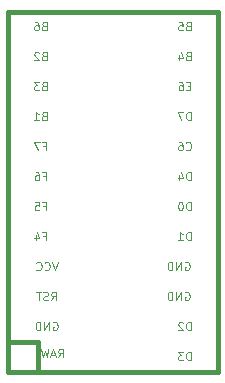
<source format=gbr>
G04 #@! TF.FileFunction,Legend,Bot*
%FSLAX46Y46*%
G04 Gerber Fmt 4.6, Leading zero omitted, Abs format (unit mm)*
G04 Created by KiCad (PCBNEW 4.0.7) date 09/17/18 10:08:34*
%MOMM*%
%LPD*%
G01*
G04 APERTURE LIST*
%ADD10C,0.100000*%
%ADD11C,0.381000*%
G04 APERTURE END LIST*
D10*
D11*
X157391100Y-118719600D02*
X139611100Y-118719600D01*
X139611100Y-118719600D02*
X139611100Y-88239600D01*
X139611100Y-88239600D02*
X157391100Y-88239600D01*
X157391100Y-88239600D02*
X157391100Y-118719600D01*
X142151100Y-118719600D02*
X142151100Y-116179600D01*
X142151100Y-116179600D02*
X139611100Y-116179600D01*
D10*
X154880433Y-89459600D02*
X154780433Y-89492933D01*
X154747100Y-89526267D01*
X154713766Y-89592933D01*
X154713766Y-89692933D01*
X154747100Y-89759600D01*
X154780433Y-89792933D01*
X154847100Y-89826267D01*
X155113766Y-89826267D01*
X155113766Y-89126267D01*
X154880433Y-89126267D01*
X154813766Y-89159600D01*
X154780433Y-89192933D01*
X154747100Y-89259600D01*
X154747100Y-89326267D01*
X154780433Y-89392933D01*
X154813766Y-89426267D01*
X154880433Y-89459600D01*
X155113766Y-89459600D01*
X154080433Y-89126267D02*
X154413766Y-89126267D01*
X154447100Y-89459600D01*
X154413766Y-89426267D01*
X154347100Y-89392933D01*
X154180433Y-89392933D01*
X154113766Y-89426267D01*
X154080433Y-89459600D01*
X154047100Y-89526267D01*
X154047100Y-89692933D01*
X154080433Y-89759600D01*
X154113766Y-89792933D01*
X154180433Y-89826267D01*
X154347100Y-89826267D01*
X154413766Y-89792933D01*
X154447100Y-89759600D01*
X154880433Y-91999600D02*
X154780433Y-92032933D01*
X154747100Y-92066267D01*
X154713766Y-92132933D01*
X154713766Y-92232933D01*
X154747100Y-92299600D01*
X154780433Y-92332933D01*
X154847100Y-92366267D01*
X155113766Y-92366267D01*
X155113766Y-91666267D01*
X154880433Y-91666267D01*
X154813766Y-91699600D01*
X154780433Y-91732933D01*
X154747100Y-91799600D01*
X154747100Y-91866267D01*
X154780433Y-91932933D01*
X154813766Y-91966267D01*
X154880433Y-91999600D01*
X155113766Y-91999600D01*
X154113766Y-91899600D02*
X154113766Y-92366267D01*
X154280433Y-91632933D02*
X154447100Y-92132933D01*
X154013766Y-92132933D01*
X155080433Y-94539600D02*
X154847100Y-94539600D01*
X154747100Y-94906267D02*
X155080433Y-94906267D01*
X155080433Y-94206267D01*
X154747100Y-94206267D01*
X154147100Y-94206267D02*
X154280434Y-94206267D01*
X154347100Y-94239600D01*
X154380434Y-94272933D01*
X154447100Y-94372933D01*
X154480434Y-94506267D01*
X154480434Y-94772933D01*
X154447100Y-94839600D01*
X154413767Y-94872933D01*
X154347100Y-94906267D01*
X154213767Y-94906267D01*
X154147100Y-94872933D01*
X154113767Y-94839600D01*
X154080434Y-94772933D01*
X154080434Y-94606267D01*
X154113767Y-94539600D01*
X154147100Y-94506267D01*
X154213767Y-94472933D01*
X154347100Y-94472933D01*
X154413767Y-94506267D01*
X154447100Y-94539600D01*
X154480434Y-94606267D01*
X155113766Y-97446267D02*
X155113766Y-96746267D01*
X154947100Y-96746267D01*
X154847100Y-96779600D01*
X154780433Y-96846267D01*
X154747100Y-96912933D01*
X154713766Y-97046267D01*
X154713766Y-97146267D01*
X154747100Y-97279600D01*
X154780433Y-97346267D01*
X154847100Y-97412933D01*
X154947100Y-97446267D01*
X155113766Y-97446267D01*
X154480433Y-96746267D02*
X154013766Y-96746267D01*
X154313766Y-97446267D01*
X154713766Y-99919600D02*
X154747100Y-99952933D01*
X154847100Y-99986267D01*
X154913766Y-99986267D01*
X155013766Y-99952933D01*
X155080433Y-99886267D01*
X155113766Y-99819600D01*
X155147100Y-99686267D01*
X155147100Y-99586267D01*
X155113766Y-99452933D01*
X155080433Y-99386267D01*
X155013766Y-99319600D01*
X154913766Y-99286267D01*
X154847100Y-99286267D01*
X154747100Y-99319600D01*
X154713766Y-99352933D01*
X154113766Y-99286267D02*
X154247100Y-99286267D01*
X154313766Y-99319600D01*
X154347100Y-99352933D01*
X154413766Y-99452933D01*
X154447100Y-99586267D01*
X154447100Y-99852933D01*
X154413766Y-99919600D01*
X154380433Y-99952933D01*
X154313766Y-99986267D01*
X154180433Y-99986267D01*
X154113766Y-99952933D01*
X154080433Y-99919600D01*
X154047100Y-99852933D01*
X154047100Y-99686267D01*
X154080433Y-99619600D01*
X154113766Y-99586267D01*
X154180433Y-99552933D01*
X154313766Y-99552933D01*
X154380433Y-99586267D01*
X154413766Y-99619600D01*
X154447100Y-99686267D01*
X155113766Y-102526267D02*
X155113766Y-101826267D01*
X154947100Y-101826267D01*
X154847100Y-101859600D01*
X154780433Y-101926267D01*
X154747100Y-101992933D01*
X154713766Y-102126267D01*
X154713766Y-102226267D01*
X154747100Y-102359600D01*
X154780433Y-102426267D01*
X154847100Y-102492933D01*
X154947100Y-102526267D01*
X155113766Y-102526267D01*
X154113766Y-102059600D02*
X154113766Y-102526267D01*
X154280433Y-101792933D02*
X154447100Y-102292933D01*
X154013766Y-102292933D01*
X155113766Y-105066267D02*
X155113766Y-104366267D01*
X154947100Y-104366267D01*
X154847100Y-104399600D01*
X154780433Y-104466267D01*
X154747100Y-104532933D01*
X154713766Y-104666267D01*
X154713766Y-104766267D01*
X154747100Y-104899600D01*
X154780433Y-104966267D01*
X154847100Y-105032933D01*
X154947100Y-105066267D01*
X155113766Y-105066267D01*
X154280433Y-104366267D02*
X154213766Y-104366267D01*
X154147100Y-104399600D01*
X154113766Y-104432933D01*
X154080433Y-104499600D01*
X154047100Y-104632933D01*
X154047100Y-104799600D01*
X154080433Y-104932933D01*
X154113766Y-104999600D01*
X154147100Y-105032933D01*
X154213766Y-105066267D01*
X154280433Y-105066267D01*
X154347100Y-105032933D01*
X154380433Y-104999600D01*
X154413766Y-104932933D01*
X154447100Y-104799600D01*
X154447100Y-104632933D01*
X154413766Y-104499600D01*
X154380433Y-104432933D01*
X154347100Y-104399600D01*
X154280433Y-104366267D01*
X155113766Y-107606267D02*
X155113766Y-106906267D01*
X154947100Y-106906267D01*
X154847100Y-106939600D01*
X154780433Y-107006267D01*
X154747100Y-107072933D01*
X154713766Y-107206267D01*
X154713766Y-107306267D01*
X154747100Y-107439600D01*
X154780433Y-107506267D01*
X154847100Y-107572933D01*
X154947100Y-107606267D01*
X155113766Y-107606267D01*
X154047100Y-107606267D02*
X154447100Y-107606267D01*
X154247100Y-107606267D02*
X154247100Y-106906267D01*
X154313766Y-107006267D01*
X154380433Y-107072933D01*
X154447100Y-107106267D01*
X154622433Y-109479600D02*
X154689099Y-109446267D01*
X154789099Y-109446267D01*
X154889099Y-109479600D01*
X154955766Y-109546267D01*
X154989099Y-109612933D01*
X155022433Y-109746267D01*
X155022433Y-109846267D01*
X154989099Y-109979600D01*
X154955766Y-110046267D01*
X154889099Y-110112933D01*
X154789099Y-110146267D01*
X154722433Y-110146267D01*
X154622433Y-110112933D01*
X154589099Y-110079600D01*
X154589099Y-109846267D01*
X154722433Y-109846267D01*
X154289099Y-110146267D02*
X154289099Y-109446267D01*
X153889099Y-110146267D01*
X153889099Y-109446267D01*
X153555766Y-110146267D02*
X153555766Y-109446267D01*
X153389100Y-109446267D01*
X153289100Y-109479600D01*
X153222433Y-109546267D01*
X153189100Y-109612933D01*
X153155766Y-109746267D01*
X153155766Y-109846267D01*
X153189100Y-109979600D01*
X153222433Y-110046267D01*
X153289100Y-110112933D01*
X153389100Y-110146267D01*
X153555766Y-110146267D01*
X154622433Y-112019600D02*
X154689099Y-111986267D01*
X154789099Y-111986267D01*
X154889099Y-112019600D01*
X154955766Y-112086267D01*
X154989099Y-112152933D01*
X155022433Y-112286267D01*
X155022433Y-112386267D01*
X154989099Y-112519600D01*
X154955766Y-112586267D01*
X154889099Y-112652933D01*
X154789099Y-112686267D01*
X154722433Y-112686267D01*
X154622433Y-112652933D01*
X154589099Y-112619600D01*
X154589099Y-112386267D01*
X154722433Y-112386267D01*
X154289099Y-112686267D02*
X154289099Y-111986267D01*
X153889099Y-112686267D01*
X153889099Y-111986267D01*
X153555766Y-112686267D02*
X153555766Y-111986267D01*
X153389100Y-111986267D01*
X153289100Y-112019600D01*
X153222433Y-112086267D01*
X153189100Y-112152933D01*
X153155766Y-112286267D01*
X153155766Y-112386267D01*
X153189100Y-112519600D01*
X153222433Y-112586267D01*
X153289100Y-112652933D01*
X153389100Y-112686267D01*
X153555766Y-112686267D01*
X155113766Y-115226267D02*
X155113766Y-114526267D01*
X154947100Y-114526267D01*
X154847100Y-114559600D01*
X154780433Y-114626267D01*
X154747100Y-114692933D01*
X154713766Y-114826267D01*
X154713766Y-114926267D01*
X154747100Y-115059600D01*
X154780433Y-115126267D01*
X154847100Y-115192933D01*
X154947100Y-115226267D01*
X155113766Y-115226267D01*
X154447100Y-114592933D02*
X154413766Y-114559600D01*
X154347100Y-114526267D01*
X154180433Y-114526267D01*
X154113766Y-114559600D01*
X154080433Y-114592933D01*
X154047100Y-114659600D01*
X154047100Y-114726267D01*
X154080433Y-114826267D01*
X154480433Y-115226267D01*
X154047100Y-115226267D01*
X155113766Y-117766267D02*
X155113766Y-117066267D01*
X154947100Y-117066267D01*
X154847100Y-117099600D01*
X154780433Y-117166267D01*
X154747100Y-117232933D01*
X154713766Y-117366267D01*
X154713766Y-117466267D01*
X154747100Y-117599600D01*
X154780433Y-117666267D01*
X154847100Y-117732933D01*
X154947100Y-117766267D01*
X155113766Y-117766267D01*
X154480433Y-117066267D02*
X154047100Y-117066267D01*
X154280433Y-117332933D01*
X154180433Y-117332933D01*
X154113766Y-117366267D01*
X154080433Y-117399600D01*
X154047100Y-117466267D01*
X154047100Y-117632933D01*
X154080433Y-117699600D01*
X154113766Y-117732933D01*
X154180433Y-117766267D01*
X154380433Y-117766267D01*
X154447100Y-117732933D01*
X154480433Y-117699600D01*
X142688433Y-89459600D02*
X142588433Y-89492933D01*
X142555100Y-89526267D01*
X142521766Y-89592933D01*
X142521766Y-89692933D01*
X142555100Y-89759600D01*
X142588433Y-89792933D01*
X142655100Y-89826267D01*
X142921766Y-89826267D01*
X142921766Y-89126267D01*
X142688433Y-89126267D01*
X142621766Y-89159600D01*
X142588433Y-89192933D01*
X142555100Y-89259600D01*
X142555100Y-89326267D01*
X142588433Y-89392933D01*
X142621766Y-89426267D01*
X142688433Y-89459600D01*
X142921766Y-89459600D01*
X141921766Y-89126267D02*
X142055100Y-89126267D01*
X142121766Y-89159600D01*
X142155100Y-89192933D01*
X142221766Y-89292933D01*
X142255100Y-89426267D01*
X142255100Y-89692933D01*
X142221766Y-89759600D01*
X142188433Y-89792933D01*
X142121766Y-89826267D01*
X141988433Y-89826267D01*
X141921766Y-89792933D01*
X141888433Y-89759600D01*
X141855100Y-89692933D01*
X141855100Y-89526267D01*
X141888433Y-89459600D01*
X141921766Y-89426267D01*
X141988433Y-89392933D01*
X142121766Y-89392933D01*
X142188433Y-89426267D01*
X142221766Y-89459600D01*
X142255100Y-89526267D01*
X142688433Y-91999600D02*
X142588433Y-92032933D01*
X142555100Y-92066267D01*
X142521766Y-92132933D01*
X142521766Y-92232933D01*
X142555100Y-92299600D01*
X142588433Y-92332933D01*
X142655100Y-92366267D01*
X142921766Y-92366267D01*
X142921766Y-91666267D01*
X142688433Y-91666267D01*
X142621766Y-91699600D01*
X142588433Y-91732933D01*
X142555100Y-91799600D01*
X142555100Y-91866267D01*
X142588433Y-91932933D01*
X142621766Y-91966267D01*
X142688433Y-91999600D01*
X142921766Y-91999600D01*
X142255100Y-91732933D02*
X142221766Y-91699600D01*
X142155100Y-91666267D01*
X141988433Y-91666267D01*
X141921766Y-91699600D01*
X141888433Y-91732933D01*
X141855100Y-91799600D01*
X141855100Y-91866267D01*
X141888433Y-91966267D01*
X142288433Y-92366267D01*
X141855100Y-92366267D01*
X142688433Y-94539600D02*
X142588433Y-94572933D01*
X142555100Y-94606267D01*
X142521766Y-94672933D01*
X142521766Y-94772933D01*
X142555100Y-94839600D01*
X142588433Y-94872933D01*
X142655100Y-94906267D01*
X142921766Y-94906267D01*
X142921766Y-94206267D01*
X142688433Y-94206267D01*
X142621766Y-94239600D01*
X142588433Y-94272933D01*
X142555100Y-94339600D01*
X142555100Y-94406267D01*
X142588433Y-94472933D01*
X142621766Y-94506267D01*
X142688433Y-94539600D01*
X142921766Y-94539600D01*
X142288433Y-94206267D02*
X141855100Y-94206267D01*
X142088433Y-94472933D01*
X141988433Y-94472933D01*
X141921766Y-94506267D01*
X141888433Y-94539600D01*
X141855100Y-94606267D01*
X141855100Y-94772933D01*
X141888433Y-94839600D01*
X141921766Y-94872933D01*
X141988433Y-94906267D01*
X142188433Y-94906267D01*
X142255100Y-94872933D01*
X142288433Y-94839600D01*
X142688433Y-97079600D02*
X142588433Y-97112933D01*
X142555100Y-97146267D01*
X142521766Y-97212933D01*
X142521766Y-97312933D01*
X142555100Y-97379600D01*
X142588433Y-97412933D01*
X142655100Y-97446267D01*
X142921766Y-97446267D01*
X142921766Y-96746267D01*
X142688433Y-96746267D01*
X142621766Y-96779600D01*
X142588433Y-96812933D01*
X142555100Y-96879600D01*
X142555100Y-96946267D01*
X142588433Y-97012933D01*
X142621766Y-97046267D01*
X142688433Y-97079600D01*
X142921766Y-97079600D01*
X141855100Y-97446267D02*
X142255100Y-97446267D01*
X142055100Y-97446267D02*
X142055100Y-96746267D01*
X142121766Y-96846267D01*
X142188433Y-96912933D01*
X142255100Y-96946267D01*
X142638433Y-102159600D02*
X142871766Y-102159600D01*
X142871766Y-102526267D02*
X142871766Y-101826267D01*
X142538433Y-101826267D01*
X141971766Y-101826267D02*
X142105100Y-101826267D01*
X142171766Y-101859600D01*
X142205100Y-101892933D01*
X142271766Y-101992933D01*
X142305100Y-102126267D01*
X142305100Y-102392933D01*
X142271766Y-102459600D01*
X142238433Y-102492933D01*
X142171766Y-102526267D01*
X142038433Y-102526267D01*
X141971766Y-102492933D01*
X141938433Y-102459600D01*
X141905100Y-102392933D01*
X141905100Y-102226267D01*
X141938433Y-102159600D01*
X141971766Y-102126267D01*
X142038433Y-102092933D01*
X142171766Y-102092933D01*
X142238433Y-102126267D01*
X142271766Y-102159600D01*
X142305100Y-102226267D01*
X142638433Y-99619600D02*
X142871766Y-99619600D01*
X142871766Y-99986267D02*
X142871766Y-99286267D01*
X142538433Y-99286267D01*
X142338433Y-99286267D02*
X141871766Y-99286267D01*
X142171766Y-99986267D01*
X142638433Y-104699600D02*
X142871766Y-104699600D01*
X142871766Y-105066267D02*
X142871766Y-104366267D01*
X142538433Y-104366267D01*
X141938433Y-104366267D02*
X142271766Y-104366267D01*
X142305100Y-104699600D01*
X142271766Y-104666267D01*
X142205100Y-104632933D01*
X142038433Y-104632933D01*
X141971766Y-104666267D01*
X141938433Y-104699600D01*
X141905100Y-104766267D01*
X141905100Y-104932933D01*
X141938433Y-104999600D01*
X141971766Y-105032933D01*
X142038433Y-105066267D01*
X142205100Y-105066267D01*
X142271766Y-105032933D01*
X142305100Y-104999600D01*
X142638433Y-107239600D02*
X142871766Y-107239600D01*
X142871766Y-107606267D02*
X142871766Y-106906267D01*
X142538433Y-106906267D01*
X141971766Y-107139600D02*
X141971766Y-107606267D01*
X142138433Y-106872933D02*
X142305100Y-107372933D01*
X141871766Y-107372933D01*
X143846433Y-109446267D02*
X143613100Y-110146267D01*
X143379767Y-109446267D01*
X142746433Y-110079600D02*
X142779767Y-110112933D01*
X142879767Y-110146267D01*
X142946433Y-110146267D01*
X143046433Y-110112933D01*
X143113100Y-110046267D01*
X143146433Y-109979600D01*
X143179767Y-109846267D01*
X143179767Y-109746267D01*
X143146433Y-109612933D01*
X143113100Y-109546267D01*
X143046433Y-109479600D01*
X142946433Y-109446267D01*
X142879767Y-109446267D01*
X142779767Y-109479600D01*
X142746433Y-109512933D01*
X142046433Y-110079600D02*
X142079767Y-110112933D01*
X142179767Y-110146267D01*
X142246433Y-110146267D01*
X142346433Y-110112933D01*
X142413100Y-110046267D01*
X142446433Y-109979600D01*
X142479767Y-109846267D01*
X142479767Y-109746267D01*
X142446433Y-109612933D01*
X142413100Y-109546267D01*
X142346433Y-109479600D01*
X142246433Y-109446267D01*
X142179767Y-109446267D01*
X142079767Y-109479600D01*
X142046433Y-109512933D01*
X143296433Y-112686267D02*
X143529767Y-112352933D01*
X143696433Y-112686267D02*
X143696433Y-111986267D01*
X143429767Y-111986267D01*
X143363100Y-112019600D01*
X143329767Y-112052933D01*
X143296433Y-112119600D01*
X143296433Y-112219600D01*
X143329767Y-112286267D01*
X143363100Y-112319600D01*
X143429767Y-112352933D01*
X143696433Y-112352933D01*
X143029767Y-112652933D02*
X142929767Y-112686267D01*
X142763100Y-112686267D01*
X142696433Y-112652933D01*
X142663100Y-112619600D01*
X142629767Y-112552933D01*
X142629767Y-112486267D01*
X142663100Y-112419600D01*
X142696433Y-112386267D01*
X142763100Y-112352933D01*
X142896433Y-112319600D01*
X142963100Y-112286267D01*
X142996433Y-112252933D01*
X143029767Y-112186267D01*
X143029767Y-112119600D01*
X142996433Y-112052933D01*
X142963100Y-112019600D01*
X142896433Y-111986267D01*
X142729767Y-111986267D01*
X142629767Y-112019600D01*
X142429766Y-111986267D02*
X142029766Y-111986267D01*
X142229766Y-112686267D02*
X142229766Y-111986267D01*
X143446433Y-114559600D02*
X143513099Y-114526267D01*
X143613099Y-114526267D01*
X143713099Y-114559600D01*
X143779766Y-114626267D01*
X143813099Y-114692933D01*
X143846433Y-114826267D01*
X143846433Y-114926267D01*
X143813099Y-115059600D01*
X143779766Y-115126267D01*
X143713099Y-115192933D01*
X143613099Y-115226267D01*
X143546433Y-115226267D01*
X143446433Y-115192933D01*
X143413099Y-115159600D01*
X143413099Y-114926267D01*
X143546433Y-114926267D01*
X143113099Y-115226267D02*
X143113099Y-114526267D01*
X142713099Y-115226267D01*
X142713099Y-114526267D01*
X142379766Y-115226267D02*
X142379766Y-114526267D01*
X142213100Y-114526267D01*
X142113100Y-114559600D01*
X142046433Y-114626267D01*
X142013100Y-114692933D01*
X141979766Y-114826267D01*
X141979766Y-114926267D01*
X142013100Y-115059600D01*
X142046433Y-115126267D01*
X142113100Y-115192933D01*
X142213100Y-115226267D01*
X142379766Y-115226267D01*
X143904433Y-117512267D02*
X144137767Y-117178933D01*
X144304433Y-117512267D02*
X144304433Y-116812267D01*
X144037767Y-116812267D01*
X143971100Y-116845600D01*
X143937767Y-116878933D01*
X143904433Y-116945600D01*
X143904433Y-117045600D01*
X143937767Y-117112267D01*
X143971100Y-117145600D01*
X144037767Y-117178933D01*
X144304433Y-117178933D01*
X143637767Y-117312267D02*
X143304433Y-117312267D01*
X143704433Y-117512267D02*
X143471100Y-116812267D01*
X143237767Y-117512267D01*
X143071100Y-116812267D02*
X142904433Y-117512267D01*
X142771100Y-117012267D01*
X142637767Y-117512267D01*
X142471100Y-116812267D01*
M02*

</source>
